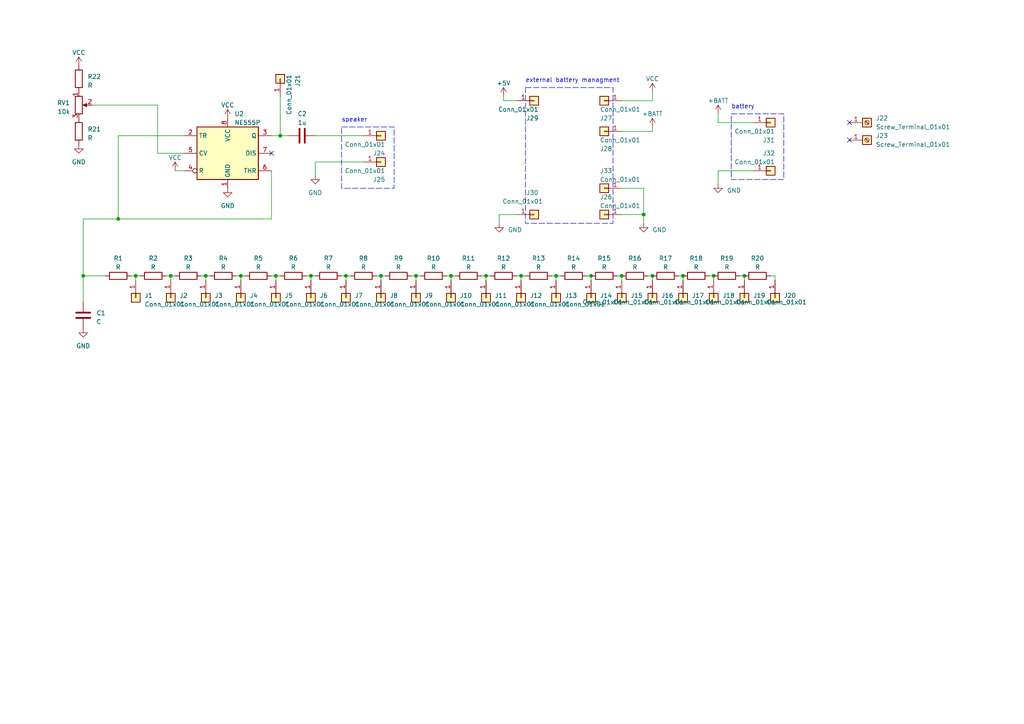
<source format=kicad_sch>
(kicad_sch (version 20230121) (generator eeschema)
  (paper "A4")
  (lib_symbols
    (symbol "Connector:Screw_Terminal_01x01" (pin_names (offset 1.016) hide)
      (property "Reference" "J" (at 0 2.54 0))
      (property "Value" "Screw_Terminal_01x01" (at 0 -2.54 0))
      (symbol "Screw_Terminal_01x01_1_1"
        (rectangle (start -1.27 1.27) (end 1.27 -1.27) (stroke (width 0.254)) (fill (type background)))
        (polyline (pts (xy -0.5334 0.3302) (xy 0.3302 -0.508)) (stroke (width 0.1524)))
        (polyline (pts (xy -0.3556 0.508) (xy 0.508 -0.3302)) (stroke (width 0.1524)))
        (circle (center 0 0) (radius 0.635) (stroke (width 0.1524)))
        (pin passive line (at -5.08 0 0) (length 3.81) (name "Pin_1") (number "1"))
      )
    )
    (symbol "Connector_Generic:Conn_01x01" (pin_names (offset 1.016) hide)
      (property "Reference" "J" (at 0 2.54 0))
      (property "Value" "Conn_01x01" (at 0 -2.54 0))
      (symbol "Conn_01x01_1_1"
        (rectangle (start -1.27 0.127) (end 0 -0.127) (stroke (width 0.1524)))
        (rectangle (start -1.27 1.27) (end 1.27 -1.27) (stroke (width 0.254)) (fill (type background)))
        (pin passive line (at -5.08 0 0) (length 3.81) (name "Pin_1") (number "1"))
      )
    )
    (symbol "Device:C" (pin_numbers hide) (pin_names (offset 0.254))
      (property "Reference" "C" (at 0.635 2.54 0))
      (property "Value" "C" (at 0.635 -2.54 0))
      (symbol "C_0_1"
        (polyline (pts (xy -2.032 -0.762) (xy 2.032 -0.762)) (stroke (width 0.508)))
        (polyline (pts (xy -2.032 0.762) (xy 2.032 0.762)) (stroke (width 0.508)))
      )
      (symbol "C_1_1"
        (pin passive line (at 0 3.81 270) (length 2.794) (name "~") (number "1"))
        (pin passive line (at 0 -3.81 90) (length 2.794) (name "~") (number "2"))
      )
    )
    (symbol "Device:R" (pin_numbers hide) (pin_names (offset 0))
      (property "Reference" "R" (at 2.032 0 90))
      (property "Value" "R" (at 0 0 90))
      (symbol "R_0_1"
        (rectangle (start -1.016 -2.54) (end 1.016 2.54) (stroke (width 0.254)))
      )
      (symbol "R_1_1"
        (pin passive line (at 0 3.81 270) (length 1.27) (name "~") (number "1"))
        (pin passive line (at 0 -3.81 90) (length 1.27) (name "~") (number "2"))
      )
    )
    (symbol "Device:R_Potentiometer" (pin_names (offset 1.016) hide)
      (property "Reference" "RV" (at -4.445 0 90))
      (property "Value" "R_Potentiometer" (at -2.54 0 90))
      (symbol "R_Potentiometer_0_1"
        (polyline (pts (xy 2.54 0) (xy 1.524 0)))
        (polyline (pts (xy 1.143 0) (xy 2.286 0.508) (xy 2.286 -0.508) (xy 1.143 0)) (fill (type outline)))
        (rectangle (start 1.016 2.54) (end -1.016 -2.54) (stroke (width 0.254)))
      )
      (symbol "R_Potentiometer_1_1"
        (pin passive line (at 0 3.81 270) (length 1.27) (name "1") (number "1"))
        (pin passive line (at 3.81 0 180) (length 1.27) (name "2") (number "2"))
        (pin passive line (at 0 -3.81 90) (length 1.27) (name "3") (number "3"))
      )
    )
    (symbol "Timer:NE555P"
      (property "Reference" "U" (at -10.16 8.89 0))
      (property "Value" "NE555P" (at 2.54 8.89 0))
      (symbol "NE555P_0_0"
        (pin power_in line (at 0 -10.16 90) (length 2.54) (name "GND") (number "1"))
        (pin power_in line (at 0 10.16 270) (length 2.54) (name "VCC") (number "8"))
      )
      (symbol "NE555P_0_1"
        (rectangle (start -8.89 -7.62) (end 8.89 7.62) (stroke (width 0.254)) (fill (type background)))
        (rectangle (start -8.89 -7.62) (end 8.89 7.62) (stroke (width 0.254)) (fill (type background)))
      )
      (symbol "NE555P_1_1"
        (pin input line (at -12.7 5.08 0) (length 3.81) (name "TR") (number "2"))
        (pin output line (at 12.7 5.08 180) (length 3.81) (name "Q") (number "3"))
        (pin input inverted (at -12.7 -5.08 0) (length 3.81) (name "R") (number "4"))
        (pin input line (at -12.7 0 0) (length 3.81) (name "CV") (number "5"))
        (pin input line (at 12.7 -5.08 180) (length 3.81) (name "THR") (number "6"))
        (pin input line (at 12.7 0 180) (length 3.81) (name "DIS") (number "7"))
      )
    )
    (symbol "power:+5V" (power) (pin_names (offset 0))
      (property "Value" "+5V" (at 0 3.556 0))
      (symbol "+5V_0_1"
        (polyline (pts (xy -0.762 1.27) (xy 0 2.54)))
        (polyline (pts (xy 0 0) (xy 0 2.54)))
        (polyline (pts (xy 0 2.54) (xy 0.762 1.27)))
      )
      (symbol "+5V_1_1"
        (pin power_in line (at 0 0 90) (length 0) hide (name "+5V") (number "1"))
      )
    )
    (symbol "power:+BATT" (power) (pin_names (offset 0))
      (property "Value" "+BATT" (at 0 3.556 0))
      (symbol "+BATT_0_1"
        (polyline (pts (xy -0.762 1.27) (xy 0 2.54)))
        (polyline (pts (xy 0 0) (xy 0 2.54)))
        (polyline (pts (xy 0 2.54) (xy 0.762 1.27)))
      )
      (symbol "+BATT_1_1"
        (pin power_in line (at 0 0 90) (length 0) hide (name "+BATT") (number "1"))
      )
    )
    (symbol "power:GND" (power) (pin_names (offset 0))
      (property "Value" "GND" (at 0 -3.81 0))
      (symbol "GND_0_1"
        (polyline (pts (xy 0 0) (xy 0 -1.27) (xy 1.27 -1.27) (xy 0 -2.54) (xy -1.27 -1.27) (xy 0 -1.27)))
      )
      (symbol "GND_1_1"
        (pin power_in line (at 0 0 270) (length 0) hide (name "GND") (number "1"))
      )
    )
    (symbol "power:VCC" (power) (pin_names (offset 0))
      (property "Value" "VCC" (at 0 3.81 0))
      (symbol "VCC_0_1"
        (polyline (pts (xy -0.762 1.27) (xy 0 2.54)))
        (polyline (pts (xy 0 0) (xy 0 2.54)))
        (polyline (pts (xy 0 2.54) (xy 0.762 1.27)))
      )
      (symbol "VCC_1_1"
        (pin power_in line (at 0 0 90) (length 0) hide (name "VCC") (number "1"))
      )
    )
  )
  (junction (at 80.01 80.01))
  (junction (at 49.53 80.01))
  (junction (at 39.37 80.01))
  (junction (at 180.34 80.01))
  (junction (at 59.69 80.01))
  (junction (at 130.81 80.01))
  (junction (at 151.13 80.01))
  (junction (at 161.29 80.01))
  (junction (at 207.01 80.01))
  (junction (at 100.33 80.01))
  (junction (at 34.29 63.5))
  (junction (at 90.17 80.01))
  (junction (at 215.9 80.01))
  (junction (at 120.65 80.01))
  (junction (at 171.45 80.01))
  (junction (at 81.28 39.37))
  (junction (at 189.23 80.01))
  (junction (at 140.97 80.01))
  (junction (at 186.69 62.23))
  (junction (at 198.12 80.01))
  (junction (at 69.85 80.01))
  (junction (at 110.49 80.01))
  (junction (at 24.13 80.01))
  (no_connect (at 78.74 44.45))
  (no_connect (at 246.38 40.64))
  (no_connect (at 246.38 35.56))
  (wire (pts (xy 80.01 80.01) (xy 80.01 81.28)))
  (wire (pts (xy 149.86 80.01) (xy 151.13 80.01)))
  (wire (pts (xy 208.28 35.56) (xy 218.44 35.56)))
  (wire (pts (xy 130.81 80.01) (xy 132.08 80.01)))
  (wire (pts (xy 91.44 39.37) (xy 105.41 39.37)))
  (wire (pts (xy 78.74 39.37) (xy 81.28 39.37)))
  (wire (pts (xy 144.78 64.77) (xy 144.78 62.23)))
  (wire (pts (xy 144.78 62.23) (xy 149.86 62.23)))
  (wire (pts (xy 160.02 80.01) (xy 161.29 80.01)))
  (wire (pts (xy 215.9 80.01) (xy 215.9 81.28)))
  (wire (pts (xy 189.23 80.01) (xy 189.23 81.28)))
  (wire (pts (xy 81.28 27.94) (xy 81.28 39.37)))
  (wire (pts (xy 146.05 27.94) (xy 146.05 29.21)))
  (wire (pts (xy 80.01 80.01) (xy 81.28 80.01)))
  (wire (pts (xy 130.81 80.01) (xy 130.81 81.28)))
  (wire (pts (xy 198.12 80.01) (xy 198.12 81.28)))
  (wire (pts (xy 140.97 80.01) (xy 142.24 80.01)))
  (wire (pts (xy 34.29 63.5) (xy 78.74 63.5)))
  (wire (pts (xy 119.38 80.01) (xy 120.65 80.01)))
  (wire (pts (xy 208.28 53.34) (xy 208.28 49.53)))
  (wire (pts (xy 90.17 80.01) (xy 91.44 80.01)))
  (wire (pts (xy 151.13 80.01) (xy 151.13 81.28)))
  (wire (pts (xy 170.18 80.01) (xy 171.45 80.01)))
  (wire (pts (xy 196.85 80.01) (xy 198.12 80.01)))
  (wire (pts (xy 223.52 80.01) (xy 224.79 80.01)))
  (wire (pts (xy 129.54 80.01) (xy 130.81 80.01)))
  (wire (pts (xy 120.65 80.01) (xy 120.65 81.28)))
  (wire (pts (xy 208.28 33.02) (xy 208.28 35.56)))
  (wire (pts (xy 34.29 63.5) (xy 24.13 63.5)))
  (wire (pts (xy 38.1 80.01) (xy 39.37 80.01)))
  (wire (pts (xy 88.9 80.01) (xy 90.17 80.01)))
  (wire (pts (xy 58.42 80.01) (xy 59.69 80.01)))
  (wire (pts (xy 59.69 80.01) (xy 59.69 81.28)))
  (wire (pts (xy 49.53 80.01) (xy 49.53 81.28)))
  (wire (pts (xy 120.65 80.01) (xy 121.92 80.01)))
  (wire (pts (xy 187.96 80.01) (xy 189.23 80.01)))
  (wire (pts (xy 24.13 80.01) (xy 24.13 63.5)))
  (wire (pts (xy 171.45 80.01) (xy 171.45 81.28)))
  (wire (pts (xy 180.34 38.1) (xy 189.23 38.1)))
  (wire (pts (xy 91.44 46.99) (xy 105.41 46.99)))
  (wire (pts (xy 180.34 54.61) (xy 186.69 54.61)))
  (wire (pts (xy 189.23 29.21) (xy 189.23 26.67)))
  (wire (pts (xy 109.22 80.01) (xy 110.49 80.01)))
  (wire (pts (xy 34.29 39.37) (xy 53.34 39.37)))
  (wire (pts (xy 24.13 80.01) (xy 24.13 87.63)))
  (wire (pts (xy 34.29 39.37) (xy 34.29 63.5)))
  (wire (pts (xy 100.33 80.01) (xy 101.6 80.01)))
  (wire (pts (xy 81.28 39.37) (xy 83.82 39.37)))
  (wire (pts (xy 39.37 80.01) (xy 40.64 80.01)))
  (wire (pts (xy 110.49 80.01) (xy 110.49 81.28)))
  (wire (pts (xy 146.05 29.21) (xy 149.86 29.21)))
  (wire (pts (xy 186.69 62.23) (xy 186.69 64.77)))
  (wire (pts (xy 30.48 80.01) (xy 24.13 80.01)))
  (wire (pts (xy 208.28 49.53) (xy 218.44 49.53)))
  (wire (pts (xy 224.79 80.01) (xy 224.79 81.28)))
  (wire (pts (xy 45.72 44.45) (xy 53.34 44.45)))
  (wire (pts (xy 68.58 80.01) (xy 69.85 80.01)))
  (wire (pts (xy 189.23 38.1) (xy 189.23 36.83)))
  (wire (pts (xy 100.33 80.01) (xy 100.33 81.28)))
  (wire (pts (xy 50.8 49.53) (xy 53.34 49.53)))
  (wire (pts (xy 205.74 80.01) (xy 207.01 80.01)))
  (wire (pts (xy 59.69 80.01) (xy 60.96 80.01)))
  (wire (pts (xy 78.74 80.01) (xy 80.01 80.01)))
  (wire (pts (xy 180.34 62.23) (xy 186.69 62.23)))
  (wire (pts (xy 140.97 80.01) (xy 140.97 81.28)))
  (wire (pts (xy 78.74 49.53) (xy 78.74 63.5)))
  (wire (pts (xy 161.29 80.01) (xy 162.56 80.01)))
  (wire (pts (xy 180.34 29.21) (xy 189.23 29.21)))
  (wire (pts (xy 186.69 54.61) (xy 186.69 62.23)))
  (wire (pts (xy 139.7 80.01) (xy 140.97 80.01)))
  (wire (pts (xy 48.26 80.01) (xy 49.53 80.01)))
  (wire (pts (xy 110.49 80.01) (xy 111.76 80.01)))
  (wire (pts (xy 26.67 30.48) (xy 45.72 30.48)))
  (wire (pts (xy 214.63 80.01) (xy 215.9 80.01)))
  (wire (pts (xy 179.07 80.01) (xy 180.34 80.01)))
  (wire (pts (xy 91.44 46.99) (xy 91.44 50.8)))
  (wire (pts (xy 151.13 80.01) (xy 152.4 80.01)))
  (wire (pts (xy 99.06 80.01) (xy 100.33 80.01)))
  (wire (pts (xy 90.17 80.01) (xy 90.17 81.28)))
  (wire (pts (xy 161.29 80.01) (xy 161.29 81.28)))
  (wire (pts (xy 69.85 80.01) (xy 69.85 81.28)))
  (wire (pts (xy 39.37 80.01) (xy 39.37 81.28)))
  (wire (pts (xy 69.85 80.01) (xy 71.12 80.01)))
  (wire (pts (xy 180.34 80.01) (xy 180.34 81.28)))
  (wire (pts (xy 45.72 30.48) (xy 45.72 44.45)))
  (wire (pts (xy 49.53 80.01) (xy 50.8 80.01)))
  (wire (pts (xy 207.01 80.01) (xy 207.01 81.28)))
  (rectangle (start 212.09 33.02) (end 227.33 52.07) (stroke (width 0) (type dash)))
  (rectangle (start 152.4 25.4) (end 177.8 64.77) (stroke (width 0) (type dash)))
  (rectangle (start 99.06 36.83) (end 114.3 54.61) (stroke (width 0) (type dash)))
  (text "battery" (at 212.09 31.75 0) (effects (font (size 1.27 1.27)) (justify left bottom)))
  (text "speaker" (at 99.06 35.56 0) (effects (font (size 1.27 1.27)) (justify left bottom)))
  (text "external battery managment" (at 152.4 24.13 0) (effects (font (size 1.27 1.27)) (justify left bottom)))
  (symbol (lib_id "Connector_Generic:Conn_01x01") (at 224.79 86.36 270) (unit 1)
    (property "Reference" "J20" (at 227.33 85.725 90) (effects (justify left)))
    (property "Value" "Conn_01x01" (at 222.25 87.63 90) (effects (justify left)))
    (property "Footprint" "TestPoint:TestPoint_Pad_D1.0mm" (effects hide))
  )
  (symbol (lib_id "Connector_Generic:Conn_01x01") (at 140.97 86.36 270) (unit 1)
    (property "Reference" "J11" (at 143.51 85.725 90) (effects (justify left)))
    (property "Value" "Conn_01x01" (at 143.51 88.265 90) (effects (justify left)))
    (property "Footprint" "TestPoint:TestPoint_Pad_D1.0mm" (effects hide))
  )
  (symbol (lib_id "power:VCC") (at 66.04 34.29 0) (unit 1)
    (property "Reference" "#PWR05" (effects hide))
    (property "Value" "VCC" (at 66.04 30.48 0))
  )
  (symbol (lib_id "Connector_Generic:Conn_01x01") (at 90.17 86.36 270) (unit 1)
    (property "Reference" "J6" (at 92.71 85.725 90) (effects (justify left)))
    (property "Value" "Conn_01x01" (at 92.71 88.265 90) (effects (justify left)))
    (property "Footprint" "TestPoint:TestPoint_Pad_D1.0mm" (effects hide))
  )
  (symbol (lib_id "Timer:NE555P") (at 66.04 44.45 0) (unit 1)
    (property "Reference" "U2" (at 67.9959 33.02 0) (effects (justify left)))
    (property "Value" "NE555P" (at 67.9959 35.56 0) (effects (justify left)))
    (property "Footprint" "Package_DIP:DIP-8_W7.62mm" (effects hide))
    (property "Datasheet" "http://www.ti.com/lit/ds/symlink/ne555.pdf" (effects hide))
  )
  (symbol (lib_id "Device:R") (at 201.93 80.01 90) (unit 1)
    (property "Reference" "R18" (at 201.93 74.93 90))
    (property "Value" "R" (at 201.93 77.47 90))
    (property "Footprint" "Resistor_THT:R_Axial_DIN0207_L6.3mm_D2.5mm_P10.16mm_Horizontal" (effects hide))
  )
  (symbol (lib_id "Device:R") (at 22.86 38.1 180) (unit 1)
    (property "Reference" "R21" (at 25.4 37.465 0) (effects (justify right)))
    (property "Value" "R" (at 25.4 40.005 0) (effects (justify right)))
    (property "Footprint" "Resistor_THT:R_Axial_DIN0207_L6.3mm_D2.5mm_P10.16mm_Horizontal" (effects hide))
  )
  (symbol (lib_id "Connector_Generic:Conn_01x01") (at 59.69 86.36 270) (unit 1)
    (property "Reference" "J3" (at 62.23 85.725 90) (effects (justify left)))
    (property "Value" "Conn_01x01" (at 62.23 88.265 90) (effects (justify left)))
    (property "Footprint" "TestPoint:TestPoint_Pad_D1.0mm" (effects hide))
  )
  (symbol (lib_id "Device:R") (at 64.77 80.01 90) (unit 1)
    (property "Reference" "R4" (at 64.77 74.93 90))
    (property "Value" "R" (at 64.77 77.47 90))
    (property "Footprint" "Resistor_THT:R_Axial_DIN0207_L6.3mm_D2.5mm_P10.16mm_Horizontal" (effects hide))
  )
  (symbol (lib_id "Connector_Generic:Conn_01x01") (at 39.37 86.36 270) (unit 1)
    (property "Reference" "J1" (at 41.91 85.725 90) (effects (justify left)))
    (property "Value" "Conn_01x01" (at 41.91 88.265 90) (effects (justify left)))
    (property "Footprint" "TestPoint:TestPoint_Pad_D1.0mm" (effects hide))
  )
  (symbol (lib_id "power:+BATT") (at 208.28 33.02 0) (mirror y) (unit 1)
    (property "Reference" "#PWR014" (effects hide))
    (property "Value" "+BATT" (at 208.28 29.21 0))
  )
  (symbol (lib_id "Device:R") (at 166.37 80.01 90) (unit 1)
    (property "Reference" "R14" (at 166.37 74.93 90))
    (property "Value" "R" (at 166.37 77.47 90))
    (property "Footprint" "Resistor_THT:R_Axial_DIN0207_L6.3mm_D2.5mm_P10.16mm_Horizontal" (effects hide))
  )
  (symbol (lib_id "Device:R") (at 74.93 80.01 90) (unit 1)
    (property "Reference" "R5" (at 74.93 74.93 90))
    (property "Value" "R" (at 74.93 77.47 90))
    (property "Footprint" "Resistor_THT:R_Axial_DIN0207_L6.3mm_D2.5mm_P10.16mm_Horizontal" (effects hide))
  )
  (symbol (lib_id "power:GND") (at 144.78 64.77 0) (unit 1)
    (property "Reference" "#PWR013" (effects hide))
    (property "Value" "GND" (at 147.32 66.675 0) (effects (justify left)))
  )
  (symbol (lib_id "Device:R") (at 146.05 80.01 90) (unit 1)
    (property "Reference" "R12" (at 146.05 74.93 90))
    (property "Value" "R" (at 146.05 77.47 90))
    (property "Footprint" "Resistor_THT:R_Axial_DIN0207_L6.3mm_D2.5mm_P10.16mm_Horizontal" (effects hide))
  )
  (symbol (lib_id "power:GND") (at 91.44 50.8 0) (unit 1)
    (property "Reference" "#PWR04" (effects hide))
    (property "Value" "GND" (at 91.44 55.88 0))
  )
  (symbol (lib_id "Device:R") (at 105.41 80.01 90) (unit 1)
    (property "Reference" "R8" (at 105.41 74.93 90))
    (property "Value" "R" (at 105.41 77.47 90))
    (property "Footprint" "Resistor_THT:R_Axial_DIN0207_L6.3mm_D2.5mm_P10.16mm_Horizontal" (effects hide))
  )
  (symbol (lib_id "power:VCC") (at 189.23 26.67 0) (unit 1)
    (property "Reference" "#PWR09" (effects hide))
    (property "Value" "VCC" (at 189.23 22.86 0))
  )
  (symbol (lib_id "Connector_Generic:Conn_01x01") (at 81.28 22.86 90) (unit 1)
    (property "Reference" "J21" (at 86.36 21.59 0) (effects (justify right)))
    (property "Value" "Conn_01x01" (at 83.82 21.59 0) (effects (justify right)))
    (property "Footprint" "TestPoint:TestPoint_Pad_D1.0mm" (effects hide))
  )
  (symbol (lib_id "Device:R") (at 210.82 80.01 90) (unit 1)
    (property "Reference" "R19" (at 210.82 74.93 90))
    (property "Value" "R" (at 210.82 77.47 90))
    (property "Footprint" "Resistor_THT:R_Axial_DIN0207_L6.3mm_D2.5mm_P10.16mm_Horizontal" (effects hide))
  )
  (symbol (lib_id "Device:R") (at 184.15 80.01 90) (unit 1)
    (property "Reference" "R16" (at 184.15 74.93 90))
    (property "Value" "R" (at 184.15 77.47 90))
    (property "Footprint" "Resistor_THT:R_Axial_DIN0207_L6.3mm_D2.5mm_P10.16mm_Horizontal" (effects hide))
  )
  (symbol (lib_id "Device:C") (at 24.13 91.44 0) (unit 1)
    (property "Reference" "C1" (at 27.94 90.805 0) (effects (justify left)))
    (property "Value" "C" (at 27.94 93.345 0) (effects (justify left)))
    (property "Footprint" "Capacitor_THT:C_Rect_L9.0mm_W2.5mm_P7.50mm_MKT" (effects hide))
  )
  (symbol (lib_id "power:GND") (at 208.28 53.34 0) (unit 1)
    (property "Reference" "#PWR015" (effects hide))
    (property "Value" "GND" (at 210.82 55.245 0) (effects (justify left)))
  )
  (symbol (lib_id "Connector_Generic:Conn_01x01") (at 223.52 49.53 0) (mirror x) (unit 1)
    (property "Reference" "J32" (at 224.79 44.45 0) (effects (justify right)))
    (property "Value" "Conn_01x01" (at 224.79 46.99 0) (effects (justify right)))
    (property "Footprint" "TestPoint:TestPoint_THTPad_2.5x2.5mm_Drill1.2mm" (effects hide))
  )
  (symbol (lib_id "Connector_Generic:Conn_01x01") (at 151.13 86.36 270) (unit 1)
    (property "Reference" "J12" (at 153.67 85.725 90) (effects (justify left)))
    (property "Value" "Conn_01x01" (at 153.67 88.265 90) (effects (justify left)))
    (property "Footprint" "TestPoint:TestPoint_Pad_D1.0mm" (effects hide))
  )
  (symbol (lib_id "Connector_Generic:Conn_01x01") (at 100.33 86.36 270) (unit 1)
    (property "Reference" "J7" (at 102.87 85.725 90) (effects (justify left)))
    (property "Value" "Conn_01x01" (at 102.87 88.265 90) (effects (justify left)))
    (property "Footprint" "TestPoint:TestPoint_Pad_D1.0mm" (effects hide))
  )
  (symbol (lib_id "power:+BATT") (at 189.23 36.83 0) (unit 1)
    (property "Reference" "#PWR011" (effects hide))
    (property "Value" "+BATT" (at 189.23 33.02 0))
  )
  (symbol (lib_id "Connector_Generic:Conn_01x01") (at 171.45 86.36 270) (unit 1)
    (property "Reference" "J14" (at 173.99 85.725 90) (effects (justify left)))
    (property "Value" "Conn_01x01" (at 168.91 87.63 90) (effects (justify left)))
    (property "Footprint" "TestPoint:TestPoint_Pad_D1.0mm" (effects hide))
  )
  (symbol (lib_id "Device:R") (at 175.26 80.01 90) (unit 1)
    (property "Reference" "R15" (at 175.26 74.93 90))
    (property "Value" "R" (at 175.26 77.47 90))
    (property "Footprint" "Resistor_THT:R_Axial_DIN0207_L6.3mm_D2.5mm_P10.16mm_Horizontal" (effects hide))
  )
  (symbol (lib_id "Connector_Generic:Conn_01x01") (at 110.49 86.36 270) (unit 1)
    (property "Reference" "J8" (at 113.03 85.725 90) (effects (justify left)))
    (property "Value" "Conn_01x01" (at 113.03 88.265 90) (effects (justify left)))
    (property "Footprint" "TestPoint:TestPoint_Pad_D1.0mm" (effects hide))
  )
  (symbol (lib_id "Device:R") (at 156.21 80.01 90) (unit 1)
    (property "Reference" "R13" (at 156.21 74.93 90))
    (property "Value" "R" (at 156.21 77.47 90))
    (property "Footprint" "Resistor_THT:R_Axial_DIN0207_L6.3mm_D2.5mm_P10.16mm_Horizontal" (effects hide))
  )
  (symbol (lib_id "Connector_Generic:Conn_01x01") (at 175.26 54.61 180) (unit 1)
    (property "Reference" "J33" (at 173.99 49.53 0) (effects (justify right)))
    (property "Value" "Conn_01x01" (at 173.99 52.07 0) (effects (justify right)))
    (property "Footprint" "TestPoint:TestPoint_THTPad_2.5x2.5mm_Drill1.2mm" (effects hide))
  )
  (symbol (lib_id "Connector_Generic:Conn_01x01") (at 175.26 29.21 180) (unit 1)
    (property "Reference" "J27" (at 173.99 34.29 0) (effects (justify right)))
    (property "Value" "Conn_01x01" (at 173.99 31.75 0) (effects (justify right)))
    (property "Footprint" "TestPoint:TestPoint_THTPad_2.5x2.5mm_Drill1.2mm" (effects hide))
  )
  (symbol (lib_id "Connector_Generic:Conn_01x01") (at 161.29 86.36 270) (unit 1)
    (property "Reference" "J13" (at 163.83 85.725 90) (effects (justify left)))
    (property "Value" "Conn_01x01" (at 163.83 88.265 90) (effects (justify left)))
    (property "Footprint" "TestPoint:TestPoint_Pad_D1.0mm" (effects hide))
  )
  (symbol (lib_id "Connector_Generic:Conn_01x01") (at 130.81 86.36 270) (unit 1)
    (property "Reference" "J10" (at 133.35 85.725 90) (effects (justify left)))
    (property "Value" "Conn_01x01" (at 133.35 88.265 90) (effects (justify left)))
    (property "Footprint" "TestPoint:TestPoint_Pad_D1.0mm" (effects hide))
  )
  (symbol (lib_id "Device:R") (at 85.09 80.01 90) (unit 1)
    (property "Reference" "R6" (at 85.09 74.93 90))
    (property "Value" "R" (at 85.09 77.47 90))
    (property "Footprint" "Resistor_THT:R_Axial_DIN0207_L6.3mm_D2.5mm_P10.16mm_Horizontal" (effects hide))
  )
  (symbol (lib_id "Connector_Generic:Conn_01x01") (at 180.34 86.36 270) (unit 1)
    (property "Reference" "J15" (at 182.88 85.725 90) (effects (justify left)))
    (property "Value" "Conn_01x01" (at 177.8 87.63 90) (effects (justify left)))
    (property "Footprint" "TestPoint:TestPoint_Pad_D1.0mm" (effects hide))
  )
  (symbol (lib_id "Device:R") (at 95.25 80.01 90) (unit 1)
    (property "Reference" "R7" (at 95.25 74.93 90))
    (property "Value" "R" (at 95.25 77.47 90))
    (property "Footprint" "Resistor_THT:R_Axial_DIN0207_L6.3mm_D2.5mm_P10.16mm_Horizontal" (effects hide))
  )
  (symbol (lib_id "power:+5V") (at 146.05 27.94 0) (unit 1)
    (property "Reference" "#PWR012" (effects hide))
    (property "Value" "+5V" (at 146.05 24.13 0))
  )
  (symbol (lib_id "Connector:Screw_Terminal_01x01") (at 251.46 35.56 0) (unit 1)
    (property "Reference" "J22" (at 254 34.29 0) (effects (justify left)))
    (property "Value" "Screw_Terminal_01x01" (at 254 36.83 0) (effects (justify left)))
    (property "Footprint" "MountingHole:MountingHole_4.3mm_M4_ISO14580_Pad" (effects hide))
  )
  (symbol (lib_id "Device:R") (at 219.71 80.01 90) (unit 1)
    (property "Reference" "R20" (at 219.71 74.93 90))
    (property "Value" "R" (at 219.71 77.47 90))
    (property "Footprint" "Resistor_THT:R_Axial_DIN0207_L6.3mm_D2.5mm_P10.16mm_Horizontal" (effects hide))
  )
  (symbol (lib_id "power:GND") (at 24.13 95.25 0) (unit 1)
    (property "Reference" "#PWR03" (effects hide))
    (property "Value" "GND" (at 24.13 100.33 0))
  )
  (symbol (lib_id "Connector_Generic:Conn_01x01") (at 215.9 86.36 270) (unit 1)
    (property "Reference" "J19" (at 218.44 85.725 90) (effects (justify left)))
    (property "Value" "Conn_01x01" (at 213.36 87.63 90) (effects (justify left)))
    (property "Footprint" "TestPoint:TestPoint_Pad_D1.0mm" (effects hide))
  )
  (symbol (lib_id "Connector_Generic:Conn_01x01") (at 154.94 29.21 0) (unit 1)
    (property "Reference" "J29" (at 156.21 34.29 0) (effects (justify right)))
    (property "Value" "Conn_01x01" (at 156.21 31.75 0) (effects (justify right)))
    (property "Footprint" "TestPoint:TestPoint_THTPad_2.5x2.5mm_Drill1.2mm" (effects hide))
  )
  (symbol (lib_id "Device:R") (at 115.57 80.01 90) (unit 1)
    (property "Reference" "R9" (at 115.57 74.93 90))
    (property "Value" "R" (at 115.57 77.47 90))
    (property "Footprint" "Resistor_THT:R_Axial_DIN0207_L6.3mm_D2.5mm_P10.16mm_Horizontal" (effects hide))
  )
  (symbol (lib_id "Device:R_Potentiometer") (at 22.86 30.48 0) (unit 1)
    (property "Reference" "RV1" (at 20.32 29.845 0) (effects (justify right)))
    (property "Value" "10k" (at 20.32 32.385 0) (effects (justify right)))
    (property "Footprint" "Potentiometer_THT:Potentiometer_ACP_CA9-V10_Vertical" (effects hide))
  )
  (symbol (lib_id "power:GND") (at 66.04 54.61 0) (unit 1)
    (property "Reference" "#PWR01" (effects hide))
    (property "Value" "GND" (at 66.04 59.69 0))
  )
  (symbol (lib_id "Device:C") (at 87.63 39.37 90) (unit 1)
    (property "Reference" "C2" (at 87.63 33.02 90))
    (property "Value" "1u" (at 87.63 35.56 90))
    (property "Footprint" "Capacitor_THT:C_Rect_L9.0mm_W2.5mm_P7.50mm_MKT" (effects hide))
  )
  (symbol (lib_id "Device:R") (at 44.45 80.01 90) (unit 1)
    (property "Reference" "R2" (at 44.45 74.93 90))
    (property "Value" "R" (at 44.45 77.47 90))
    (property "Footprint" "Resistor_THT:R_Axial_DIN0207_L6.3mm_D2.5mm_P10.16mm_Horizontal" (effects hide))
  )
  (symbol (lib_id "Device:R") (at 193.04 80.01 90) (unit 1)
    (property "Reference" "R17" (at 193.04 74.93 90))
    (property "Value" "R" (at 193.04 77.47 90))
    (property "Footprint" "Resistor_THT:R_Axial_DIN0207_L6.3mm_D2.5mm_P10.16mm_Horizontal" (effects hide))
  )
  (symbol (lib_id "Connector_Generic:Conn_01x01") (at 69.85 86.36 270) (unit 1)
    (property "Reference" "J4" (at 72.39 85.725 90) (effects (justify left)))
    (property "Value" "Conn_01x01" (at 72.39 88.265 90) (effects (justify left)))
    (property "Footprint" "TestPoint:TestPoint_Pad_D1.0mm" (effects hide))
  )
  (symbol (lib_id "Connector_Generic:Conn_01x01") (at 189.23 86.36 270) (unit 1)
    (property "Reference" "J16" (at 191.77 85.725 90) (effects (justify left)))
    (property "Value" "Conn_01x01" (at 186.69 87.63 90) (effects (justify left)))
    (property "Footprint" "TestPoint:TestPoint_Pad_D1.0mm" (effects hide))
  )
  (symbol (lib_id "Connector:Screw_Terminal_01x01") (at 251.46 40.64 0) (unit 1)
    (property "Reference" "J23" (at 254 39.37 0) (effects (justify left)))
    (property "Value" "Screw_Terminal_01x01" (at 254 41.91 0) (effects (justify left)))
    (property "Footprint" "MountingHole:MountingHole_4.3mm_M4_ISO14580_Pad" (effects hide))
  )
  (symbol (lib_id "power:GND") (at 186.69 64.77 0) (unit 1)
    (property "Reference" "#PWR08" (effects hide))
    (property "Value" "GND" (at 189.23 66.675 0) (effects (justify left)))
  )
  (symbol (lib_id "Connector_Generic:Conn_01x01") (at 110.49 39.37 0) (mirror x) (unit 1)
    (property "Reference" "J24" (at 111.76 44.45 0) (effects (justify right)))
    (property "Value" "Conn_01x01" (at 111.76 41.91 0) (effects (justify right)))
    (property "Footprint" "TestPoint:TestPoint_THTPad_2.5x2.5mm_Drill1.2mm" (effects hide))
  )
  (symbol (lib_id "Connector_Generic:Conn_01x01") (at 120.65 86.36 270) (unit 1)
    (property "Reference" "J9" (at 123.19 85.725 90) (effects (justify left)))
    (property "Value" "Conn_01x01" (at 123.19 88.265 90) (effects (justify left)))
    (property "Footprint" "TestPoint:TestPoint_Pad_D1.0mm" (effects hide))
  )
  (symbol (lib_id "Connector_Generic:Conn_01x01") (at 110.49 46.99 0) (unit 1)
    (property "Reference" "J25" (at 111.76 52.07 0) (effects (justify right)))
    (property "Value" "Conn_01x01" (at 111.76 49.53 0) (effects (justify right)))
    (property "Footprint" "TestPoint:TestPoint_THTPad_2.5x2.5mm_Drill1.2mm" (effects hide))
  )
  (symbol (lib_id "Connector_Generic:Conn_01x01") (at 223.52 35.56 0) (mirror x) (unit 1)
    (property "Reference" "J31" (at 224.79 40.64 0) (effects (justify right)))
    (property "Value" "Conn_01x01" (at 224.79 38.1 0) (effects (justify right)))
    (property "Footprint" "TestPoint:TestPoint_THTPad_2.5x2.5mm_Drill1.2mm" (effects hide))
  )
  (symbol (lib_id "Connector_Generic:Conn_01x01") (at 175.26 38.1 180) (unit 1)
    (property "Reference" "J28" (at 173.99 43.18 0) (effects (justify right)))
    (property "Value" "Conn_01x01" (at 173.99 40.64 0) (effects (justify right)))
    (property "Footprint" "TestPoint:TestPoint_THTPad_2.5x2.5mm_Drill1.2mm" (effects hide))
  )
  (symbol (lib_id "power:VCC") (at 50.8 49.53 0) (unit 1)
    (property "Reference" "#PWR02" (effects hide))
    (property "Value" "VCC" (at 50.8 45.72 0))
  )
  (symbol (lib_id "Connector_Generic:Conn_01x01") (at 80.01 86.36 270) (unit 1)
    (property "Reference" "J5" (at 82.55 85.725 90) (effects (justify left)))
    (property "Value" "Conn_01x01" (at 82.55 88.265 90) (effects (justify left)))
    (property "Footprint" "TestPoint:TestPoint_Pad_D1.0mm" (effects hide))
  )
  (symbol (lib_id "Connector_Generic:Conn_01x01") (at 49.53 86.36 270) (unit 1)
    (property "Reference" "J2" (at 52.07 85.725 90) (effects (justify left)))
    (property "Value" "Conn_01x01" (at 52.07 88.265 90) (effects (justify left)))
    (property "Footprint" "TestPoint:TestPoint_Pad_D1.0mm" (effects hide))
  )
  (symbol (lib_id "Device:R") (at 125.73 80.01 90) (unit 1)
    (property "Reference" "R10" (at 125.73 74.93 90))
    (property "Value" "R" (at 125.73 77.47 90))
    (property "Footprint" "Resistor_THT:R_Axial_DIN0207_L6.3mm_D2.5mm_P10.16mm_Horizontal" (effects hide))
  )
  (symbol (lib_id "Device:R") (at 135.89 80.01 90) (unit 1)
    (property "Reference" "R11" (at 135.89 74.93 90))
    (property "Value" "R" (at 135.89 77.47 90))
    (property "Footprint" "Resistor_THT:R_Axial_DIN0207_L6.3mm_D2.5mm_P10.16mm_Horizontal" (effects hide))
  )
  (symbol (lib_id "power:GND") (at 22.86 41.91 0) (unit 1)
    (property "Reference" "#PWR07" (effects hide))
    (property "Value" "GND" (at 22.86 46.99 0))
  )
  (symbol (lib_id "Device:R") (at 34.29 80.01 90) (unit 1)
    (property "Reference" "R1" (at 34.29 74.93 90))
    (property "Value" "R" (at 34.29 77.47 90))
    (property "Footprint" "Resistor_THT:R_Axial_DIN0207_L6.3mm_D2.5mm_P10.16mm_Horizontal" (effects hide))
  )
  (symbol (lib_id "Connector_Generic:Conn_01x01") (at 198.12 86.36 270) (unit 1)
    (property "Reference" "J17" (at 200.66 85.725 90) (effects (justify left)))
    (property "Value" "Conn_01x01" (at 195.58 87.63 90) (effects (justify left)))
    (property "Footprint" "TestPoint:TestPoint_Pad_D1.0mm" (effects hide))
  )
  (symbol (lib_id "Connector_Generic:Conn_01x01") (at 154.94 62.23 0) (unit 1)
    (property "Reference" "J30" (at 156.21 55.88 0) (effects (justify right)))
    (property "Value" "Conn_01x01" (at 157.48 58.42 0) (effects (justify right)))
    (property "Footprint" "TestPoint:TestPoint_THTPad_2.5x2.5mm_Drill1.2mm" (effects hide))
  )
  (symbol (lib_id "Device:R") (at 22.86 22.86 180) (unit 1)
    (property "Reference" "R22" (at 25.4 22.225 0) (effects (justify right)))
    (property "Value" "R" (at 25.4 24.765 0) (effects (justify right)))
    (property "Footprint" "Resistor_THT:R_Axial_DIN0207_L6.3mm_D2.5mm_P10.16mm_Horizontal" (effects hide))
  )
  (symbol (lib_id "Connector_Generic:Conn_01x01") (at 207.01 86.36 270) (unit 1)
    (property "Reference" "J18" (at 209.55 85.725 90) (effects (justify left)))
    (property "Value" "Conn_01x01" (at 204.47 87.63 90) (effects (justify left)))
    (property "Footprint" "TestPoint:TestPoint_Pad_D1.0mm" (effects hide))
  )
  (symbol (lib_id "power:VCC") (at 22.86 19.05 0) (unit 1)
    (property "Reference" "#PWR06" (effects hide))
    (property "Value" "VCC" (at 22.86 15.24 0))
  )
  (symbol (lib_id "Device:R") (at 54.61 80.01 90) (unit 1)
    (property "Reference" "R3" (at 54.61 74.93 90))
    (property "Value" "R" (at 54.61 77.47 90))
    (property "Footprint" "Resistor_THT:R_Axial_DIN0207_L6.3mm_D2.5mm_P10.16mm_Horizontal" (effects hide))
  )
  (symbol (lib_id "Connector_Generic:Conn_01x01") (at 175.26 62.23 180) (unit 1)
    (property "Reference" "J26" (at 173.99 57.15 0) (effects (justify right)))
    (property "Value" "Conn_01x01" (at 173.99 59.69 0) (effects (justify right)))
    (property "Footprint" "TestPoint:TestPoint_THTPad_2.5x2.5mm_Drill1.2mm" (effects hide))
  )
)
</source>
